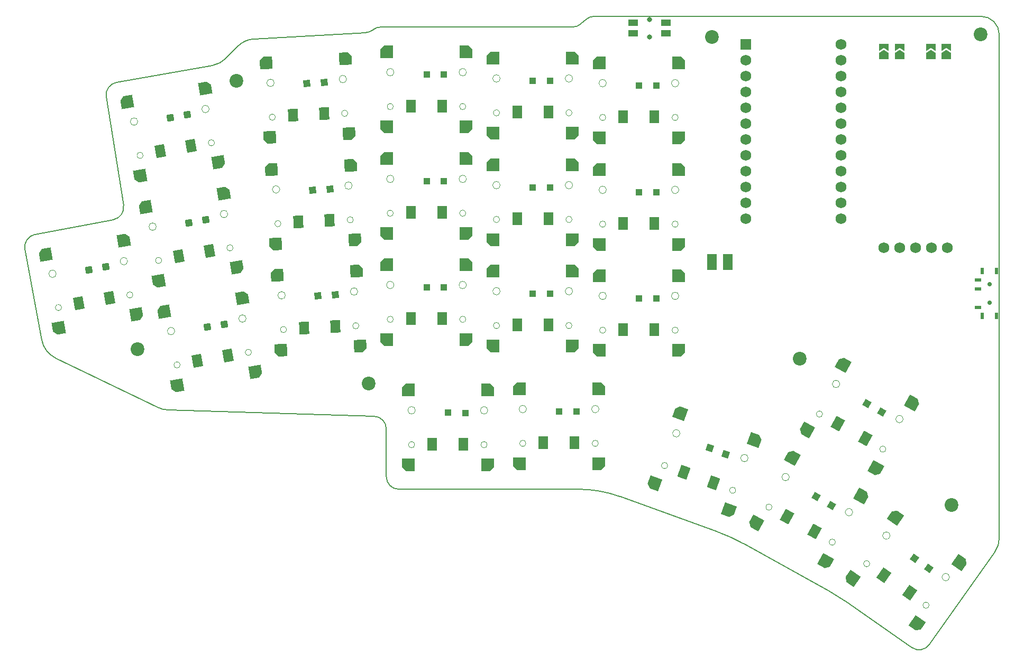
<source format=gbr>
%TF.GenerationSoftware,KiCad,Pcbnew,8.0.6*%
%TF.CreationDate,2024-11-17T18:27:12-05:00*%
%TF.ProjectId,ultra_lp_keeb,756c7472-615f-46c7-905f-6b6565622e6b,rev?*%
%TF.SameCoordinates,Original*%
%TF.FileFunction,Soldermask,Top*%
%TF.FilePolarity,Negative*%
%FSLAX46Y46*%
G04 Gerber Fmt 4.6, Leading zero omitted, Abs format (unit mm)*
G04 Created by KiCad (PCBNEW 8.0.6) date 2024-11-17 18:27:12*
%MOMM*%
%LPD*%
G01*
G04 APERTURE LIST*
G04 Aperture macros list*
%AMRotRect*
0 Rectangle, with rotation*
0 The origin of the aperture is its center*
0 $1 length*
0 $2 width*
0 $3 Rotation angle, in degrees counterclockwise*
0 Add horizontal line*
21,1,$1,$2,0,0,$3*%
%AMOutline5P*
0 Free polygon, 5 corners , with rotation*
0 The origin of the aperture is its center*
0 number of corners: always 5*
0 $1 to $10 corner X, Y*
0 $11 Rotation angle, in degrees counterclockwise*
0 create outline with 5 corners*
4,1,5,$1,$2,$3,$4,$5,$6,$7,$8,$9,$10,$1,$2,$11*%
%AMOutline6P*
0 Free polygon, 6 corners , with rotation*
0 The origin of the aperture is its center*
0 number of corners: always 6*
0 $1 to $12 corner X, Y*
0 $13 Rotation angle, in degrees counterclockwise*
0 create outline with 6 corners*
4,1,6,$1,$2,$3,$4,$5,$6,$7,$8,$9,$10,$11,$12,$1,$2,$13*%
%AMOutline7P*
0 Free polygon, 7 corners , with rotation*
0 The origin of the aperture is its center*
0 number of corners: always 7*
0 $1 to $14 corner X, Y*
0 $15 Rotation angle, in degrees counterclockwise*
0 create outline with 7 corners*
4,1,7,$1,$2,$3,$4,$5,$6,$7,$8,$9,$10,$11,$12,$13,$14,$1,$2,$15*%
%AMOutline8P*
0 Free polygon, 8 corners , with rotation*
0 The origin of the aperture is its center*
0 number of corners: always 8*
0 $1 to $16 corner X, Y*
0 $17 Rotation angle, in degrees counterclockwise*
0 create outline with 8 corners*
4,1,8,$1,$2,$3,$4,$5,$6,$7,$8,$9,$10,$11,$12,$13,$14,$15,$16,$1,$2,$17*%
%AMFreePoly0*
4,1,6,1.000000,0.000000,0.500000,-0.750000,-0.500000,-0.750000,-0.500000,0.750000,0.500000,0.750000,1.000000,0.000000,1.000000,0.000000,$1*%
%AMFreePoly1*
4,1,6,0.500000,-0.750000,-0.650000,-0.750000,-0.150000,0.000000,-0.650000,0.750000,0.500000,0.750000,0.500000,-0.750000,0.500000,-0.750000,$1*%
G04 Aperture macros list end*
%ADD10C,1.752600*%
%ADD11R,1.500000X2.500000*%
%ADD12FreePoly0,90.000000*%
%ADD13FreePoly1,90.000000*%
%ADD14C,2.200000*%
%ADD15RotRect,1.550000X2.000000X331.000000*%
%ADD16RotRect,1.100000X1.100000X331.000000*%
%ADD17Outline5P,-1.000000X0.400000X-0.400000X1.000000X1.000000X1.000000X1.000000X-1.000000X-1.000000X-1.000000X331.000000*%
%ADD18Outline5P,-1.000000X1.000000X1.000000X1.000000X1.000000X-1.000000X-0.400000X-1.000000X-1.000000X-0.400000X331.000000*%
%ADD19Outline5P,-1.000000X1.000000X0.400000X1.000000X1.000000X0.400000X1.000000X-1.000000X-1.000000X-1.000000X331.000000*%
%ADD20Outline5P,-1.000000X1.000000X1.000000X1.000000X1.000000X-0.400000X0.400000X-1.000000X-1.000000X-1.000000X331.000000*%
%ADD21RotRect,1.550000X2.000000X10.000000*%
%ADD22RotRect,1.100000X1.100000X10.000000*%
%ADD23Outline5P,-1.000000X0.400000X-0.400000X1.000000X1.000000X1.000000X1.000000X-1.000000X-1.000000X-1.000000X10.000000*%
%ADD24Outline5P,-1.000000X1.000000X1.000000X1.000000X1.000000X-1.000000X-0.400000X-1.000000X-1.000000X-0.400000X10.000000*%
%ADD25Outline5P,-1.000000X1.000000X1.000000X1.000000X1.000000X-0.400000X0.400000X-1.000000X-1.000000X-1.000000X10.000000*%
%ADD26Outline5P,-1.000000X1.000000X0.400000X1.000000X1.000000X0.400000X1.000000X-1.000000X-1.000000X-1.000000X10.000000*%
%ADD27R,1.550000X2.000000*%
%ADD28R,1.100000X1.100000*%
%ADD29Outline5P,-1.000000X0.400000X-0.400000X1.000000X1.000000X1.000000X1.000000X-1.000000X-1.000000X-1.000000X0.000000*%
%ADD30Outline5P,-1.000000X1.000000X1.000000X1.000000X1.000000X-1.000000X-0.400000X-1.000000X-1.000000X-0.400000X0.000000*%
%ADD31Outline5P,-1.000000X1.000000X0.400000X1.000000X1.000000X0.400000X1.000000X-1.000000X-1.000000X-1.000000X0.000000*%
%ADD32Outline5P,-1.000000X1.000000X1.000000X1.000000X1.000000X-0.400000X0.400000X-1.000000X-1.000000X-1.000000X0.000000*%
%ADD33RotRect,1.550000X2.000000X3.000000*%
%ADD34RotRect,1.100000X1.100000X3.000000*%
%ADD35Outline5P,-1.000000X0.400000X-0.400000X1.000000X1.000000X1.000000X1.000000X-1.000000X-1.000000X-1.000000X3.000000*%
%ADD36Outline5P,-1.000000X1.000000X1.000000X1.000000X1.000000X-1.000000X-0.400000X-1.000000X-1.000000X-0.400000X3.000000*%
%ADD37Outline5P,-1.000000X1.000000X0.400000X1.000000X1.000000X0.400000X1.000000X-1.000000X-1.000000X-1.000000X3.000000*%
%ADD38Outline5P,-1.000000X1.000000X1.000000X1.000000X1.000000X-0.400000X0.400000X-1.000000X-1.000000X-1.000000X3.000000*%
%ADD39R,0.600000X1.000000*%
%ADD40R,0.600000X1.100000*%
%ADD41C,0.700000*%
%ADD42R,1.000000X0.600000*%
%ADD43R,1.752600X1.752600*%
%ADD44C,0.800000*%
%ADD45R,1.550000X1.000000*%
%ADD46RotRect,1.550000X2.000000X325.000000*%
%ADD47RotRect,1.100000X1.100000X325.000000*%
%ADD48Outline5P,-1.000000X0.400000X-0.400000X1.000000X1.000000X1.000000X1.000000X-1.000000X-1.000000X-1.000000X325.000000*%
%ADD49Outline5P,-1.000000X1.000000X1.000000X1.000000X1.000000X-1.000000X-0.400000X-1.000000X-1.000000X-0.400000X325.000000*%
%ADD50Outline5P,-1.000000X1.000000X0.400000X1.000000X1.000000X0.400000X1.000000X-1.000000X-1.000000X-1.000000X325.000000*%
%ADD51Outline5P,-1.000000X1.000000X1.000000X1.000000X1.000000X-0.400000X0.400000X-1.000000X-1.000000X-1.000000X325.000000*%
%ADD52RotRect,1.550000X2.000000X340.000000*%
%ADD53RotRect,1.100000X1.100000X340.000000*%
%ADD54Outline5P,-1.000000X0.400000X-0.400000X1.000000X1.000000X1.000000X1.000000X-1.000000X-1.000000X-1.000000X340.000000*%
%ADD55Outline5P,-1.000000X1.000000X1.000000X1.000000X1.000000X-1.000000X-0.400000X-1.000000X-1.000000X-0.400000X340.000000*%
%ADD56Outline5P,-1.000000X1.000000X0.400000X1.000000X1.000000X0.400000X1.000000X-1.000000X-1.000000X-1.000000X340.000000*%
%ADD57Outline5P,-1.000000X1.000000X1.000000X1.000000X1.000000X-0.400000X0.400000X-1.000000X-1.000000X-1.000000X340.000000*%
%TA.AperFunction,Profile*%
%ADD58C,0.200000*%
%TD*%
%TA.AperFunction,Profile*%
%ADD59C,0.100000*%
%TD*%
G04 APERTURE END LIST*
D10*
%TO.C,REF\u002A\u002A*%
X204460000Y-92770000D03*
X214620000Y-92770000D03*
X212080000Y-92770000D03*
X207000000Y-92770000D03*
X209540000Y-92770000D03*
%TD*%
D11*
%TO.C,REF\u002A\u002A*%
X177000000Y-95000000D03*
X179500000Y-95000000D03*
%TD*%
D12*
%TO.C,REF\u002A\u002A*%
X207000000Y-61995000D03*
D13*
X207000000Y-60545000D03*
%TD*%
D14*
%TO.C,REF\u002A\u002A*%
X100859385Y-66000000D03*
%TD*%
D15*
%TO.C,CPG1316*%
X189033566Y-135820202D03*
D16*
X193660476Y-132658978D03*
D15*
X193406664Y-138244250D03*
D16*
X196091839Y-134018867D03*
D17*
X189858353Y-126385348D03*
D18*
X184040638Y-136880785D03*
D19*
X200966024Y-132542430D03*
D20*
X195148309Y-143037867D03*
%TD*%
D21*
%TO.C,CPG1316*%
X88664029Y-77262762D03*
D22*
X90270391Y-71894220D03*
D21*
X93588068Y-76394520D03*
D22*
X93015720Y-71420947D03*
D23*
X83367463Y-69411448D03*
D24*
X85451241Y-81229141D03*
D25*
X97958299Y-79023809D03*
D26*
X95874522Y-67206116D03*
%TD*%
D27*
%TO.C,CPG1316*%
X162785805Y-71760639D03*
D28*
X165300000Y-66752599D03*
D27*
X167785805Y-71760639D03*
D28*
X168085805Y-66763238D03*
D29*
X158933072Y-63108865D03*
D30*
X158933072Y-75108865D03*
D31*
X171633072Y-63108865D03*
D32*
X171633072Y-75108865D03*
%TD*%
D14*
%TO.C,REF\u002A\u002A*%
X215354482Y-133962760D03*
%TD*%
D33*
%TO.C,CPG1316*%
X110786672Y-88609610D03*
D34*
X113035321Y-83476851D03*
D33*
X115779820Y-88347930D03*
D34*
X115817865Y-83341677D03*
D35*
X106486421Y-80171330D03*
D36*
X107114452Y-92154884D03*
D37*
X119169016Y-79506663D03*
D38*
X119797047Y-91490217D03*
%TD*%
D33*
%TO.C,CPG1316*%
X109891727Y-71533045D03*
D34*
X112140376Y-66400286D03*
D33*
X114884875Y-71271365D03*
D34*
X114922920Y-66265112D03*
D35*
X105591476Y-63094765D03*
D36*
X106219507Y-75078319D03*
D37*
X118274071Y-62430098D03*
D38*
X118902102Y-74413652D03*
%TD*%
D39*
%TO.C,SW1*%
X222545988Y-103668082D03*
D40*
X222545988Y-96468082D03*
D41*
X221402988Y-101518082D03*
X221402988Y-98618082D03*
D40*
X220259988Y-103668082D03*
D39*
X220259988Y-96468082D03*
D42*
X219552988Y-102268082D03*
X219552988Y-99368082D03*
X219552988Y-97868082D03*
%TD*%
D14*
%TO.C,REF\u002A\u002A*%
X191000000Y-110500000D03*
%TD*%
D27*
%TO.C,CPG1316*%
X145785805Y-88110639D03*
D28*
X148300000Y-83102599D03*
D27*
X150785805Y-88110639D03*
D28*
X151085805Y-83113238D03*
D29*
X141933072Y-79458865D03*
D30*
X141933072Y-91458865D03*
D31*
X154633072Y-79458865D03*
D32*
X154633072Y-91458865D03*
%TD*%
D43*
%TO.C,U1*%
X182383670Y-60145502D03*
D10*
X182383670Y-62685502D03*
X182383670Y-65225502D03*
X182383670Y-67765502D03*
X182383670Y-70305502D03*
X182383670Y-72845502D03*
X182383670Y-75385502D03*
X182383670Y-77925502D03*
X182383670Y-80465502D03*
X182383670Y-83005502D03*
X182383670Y-85545502D03*
X182383670Y-88085502D03*
X197623670Y-88085502D03*
X197623670Y-85545502D03*
X197623670Y-83005502D03*
X197623670Y-80465502D03*
X197623670Y-77925502D03*
X197623670Y-75385502D03*
X197623670Y-72845502D03*
X197623670Y-70305502D03*
X197623670Y-67765502D03*
X197623670Y-65225502D03*
X197623670Y-62685502D03*
X197623670Y-60145502D03*
%TD*%
D14*
%TO.C,REF\u002A\u002A*%
X122000000Y-114500000D03*
%TD*%
D44*
%TO.C,REF\u002A\u002A*%
X167000000Y-56175000D03*
X167000000Y-58920000D03*
D45*
X164400000Y-58400000D03*
X169600000Y-58400000D03*
X164400000Y-56700000D03*
X169600000Y-56700000D03*
%TD*%
D12*
%TO.C,REF\u002A\u002A*%
X212000000Y-61995000D03*
D13*
X212000000Y-60545000D03*
%TD*%
D14*
%TO.C,REF\u002A\u002A*%
X85000000Y-109000000D03*
%TD*%
D21*
%TO.C,CPG1316*%
X94585431Y-110844706D03*
D22*
X96191793Y-105476164D03*
D21*
X99509470Y-109976464D03*
D22*
X98937122Y-105002891D03*
D23*
X89288865Y-102993392D03*
D24*
X91372643Y-114811085D03*
D25*
X103879701Y-112605753D03*
D26*
X101795924Y-100788060D03*
%TD*%
D21*
%TO.C,CPG1316*%
X91633413Y-94102974D03*
D22*
X93239775Y-88734432D03*
D21*
X96557452Y-93234732D03*
D22*
X95985104Y-88261159D03*
D23*
X86336847Y-86251660D03*
D24*
X88420625Y-98069353D03*
D25*
X100927683Y-95864021D03*
D26*
X98843906Y-84046328D03*
%TD*%
D27*
%TO.C,CPG1316*%
X128785805Y-87110639D03*
D28*
X131300000Y-82102599D03*
D27*
X133785805Y-87110639D03*
D28*
X134085805Y-82113238D03*
D29*
X124933072Y-78458865D03*
D30*
X124933072Y-90458865D03*
D31*
X137633072Y-78458865D03*
D32*
X137633072Y-90458865D03*
%TD*%
D27*
%TO.C,CPG1316*%
X162785805Y-88860639D03*
D28*
X165300000Y-83852599D03*
D27*
X167785805Y-88860639D03*
D28*
X168085805Y-83863238D03*
D29*
X158933072Y-80208865D03*
D30*
X158933072Y-92208865D03*
D31*
X171633072Y-80208865D03*
D32*
X171633072Y-92208865D03*
%TD*%
D27*
%TO.C,CPG1316*%
X150000000Y-124000001D03*
D28*
X152514195Y-118991961D03*
D27*
X155000001Y-123999999D03*
D28*
X155299999Y-119002599D03*
D29*
X146147267Y-115348227D03*
D30*
X146147267Y-127348227D03*
D32*
X158847266Y-127348227D03*
D31*
X158847267Y-115348227D03*
%TD*%
D27*
%TO.C,CPG1316*%
X162785805Y-105860639D03*
D28*
X165300000Y-100852599D03*
D27*
X167785805Y-105860639D03*
D28*
X168085805Y-100863238D03*
D29*
X158933072Y-97208865D03*
D30*
X158933072Y-109208865D03*
D31*
X171633072Y-97208865D03*
D32*
X171633072Y-109208865D03*
%TD*%
D33*
%TO.C,CPG1316*%
X111676383Y-105586312D03*
D34*
X113925032Y-100453553D03*
D33*
X116669531Y-105324632D03*
D34*
X116707576Y-100318379D03*
D35*
X107376132Y-97148032D03*
D36*
X108004163Y-109131586D03*
D37*
X120058727Y-96483365D03*
D38*
X120686758Y-108466919D03*
%TD*%
D12*
%TO.C,REF\u002A\u002A*%
X214500000Y-61995000D03*
D13*
X214500000Y-60545000D03*
%TD*%
D12*
%TO.C,REF\u002A\u002A*%
X204500000Y-61995000D03*
D13*
X204500000Y-60545000D03*
%TD*%
D21*
%TO.C,CPG1316*%
X75603664Y-101652986D03*
D22*
X77210026Y-96284444D03*
D21*
X80527703Y-100784744D03*
D22*
X79955355Y-95811171D03*
D23*
X70307098Y-93801672D03*
D24*
X72390876Y-105619365D03*
D25*
X84897934Y-103414033D03*
D26*
X82814157Y-91596340D03*
%TD*%
D14*
%TO.C,REF\u002A\u002A*%
X220000000Y-58500000D03*
%TD*%
D27*
%TO.C,CPG1316*%
X128785805Y-70010639D03*
D28*
X131300000Y-65002599D03*
D27*
X133785805Y-70010639D03*
D28*
X134085805Y-65013238D03*
D29*
X124933072Y-61358865D03*
D30*
X124933072Y-73358865D03*
D31*
X137633072Y-61358865D03*
D32*
X137633072Y-73358865D03*
%TD*%
D27*
%TO.C,CPG1316*%
X145785805Y-105110639D03*
D28*
X148300000Y-100102599D03*
D27*
X150785805Y-105110639D03*
D28*
X151085805Y-100113238D03*
D29*
X141933072Y-96458865D03*
D30*
X141933072Y-108458865D03*
D31*
X154633072Y-96458865D03*
D32*
X154633072Y-108458865D03*
%TD*%
D27*
%TO.C,CPG1316*%
X132200000Y-124200000D03*
D28*
X134714195Y-119191960D03*
D27*
X137200001Y-124199998D03*
D28*
X137499999Y-119202598D03*
D29*
X128347267Y-115548226D03*
D30*
X128347267Y-127548226D03*
D32*
X141047266Y-127548226D03*
D31*
X141047267Y-115548226D03*
%TD*%
D46*
%TO.C,CPG1316*%
X204508963Y-145194939D03*
D47*
X209440965Y-142534677D03*
D46*
X208604724Y-148062822D03*
D47*
X211716861Y-144141263D03*
D48*
X206315443Y-135897985D03*
D49*
X199432526Y-145727811D03*
D50*
X216718674Y-143182405D03*
D51*
X209835757Y-153012230D03*
%TD*%
D14*
%TO.C,REF\u002A\u002A*%
X177000000Y-59000000D03*
%TD*%
D27*
%TO.C,CPG1316*%
X128785805Y-104110639D03*
D28*
X131300000Y-99102599D03*
D27*
X133785805Y-104110639D03*
D28*
X134085805Y-99113238D03*
D29*
X124933072Y-95458865D03*
D30*
X124933072Y-107458865D03*
D31*
X137633072Y-95458865D03*
D32*
X137633072Y-107458865D03*
%TD*%
D52*
%TO.C,CPG1316*%
X172526260Y-128691457D03*
D53*
X176601680Y-124845344D03*
D52*
X177224722Y-130401558D03*
D53*
X179215843Y-125808142D03*
D54*
X171864956Y-119243737D03*
D55*
X167760714Y-130520049D03*
D56*
X183799053Y-123587391D03*
D57*
X179694812Y-134863704D03*
%TD*%
D27*
%TO.C,CPG1316*%
X145785805Y-71010639D03*
D28*
X148300000Y-66002599D03*
D27*
X150785805Y-71010639D03*
D28*
X151085805Y-66013238D03*
D29*
X141933072Y-62358865D03*
D30*
X141933072Y-74358865D03*
D31*
X154633072Y-62358865D03*
D32*
X154633072Y-74358865D03*
%TD*%
D15*
%TO.C,CPG1316*%
X197117624Y-120901499D03*
D16*
X201744534Y-117740275D03*
D15*
X201490722Y-123325547D03*
D16*
X204175897Y-119100164D03*
D17*
X197942411Y-111466645D03*
D18*
X192124696Y-121962082D03*
D19*
X209050082Y-117623727D03*
D20*
X203232367Y-128119164D03*
%TD*%
D41*
%TO.C,SW1*%
X221410341Y-101526085D03*
X221410341Y-98626085D03*
%TD*%
D44*
%TO.C,REF\u002A\u002A*%
X167000000Y-58920000D03*
X167000000Y-56175000D03*
%TD*%
D58*
X198211338Y-149310638D02*
X208998450Y-156823920D01*
X101039239Y-60480933D02*
G75*
G02*
X103675942Y-59279008I2864861J-2791667D01*
G01*
X67020389Y-92933037D02*
X69702163Y-107523299D01*
X80029800Y-68520386D02*
X82788470Y-85951132D01*
X222981676Y-139205693D02*
G75*
G02*
X222248532Y-141512964I-3999976J893D01*
G01*
X89901131Y-118735233D02*
G75*
G02*
X88280772Y-118337148I123169J3998133D01*
G01*
X122744429Y-57788483D02*
G75*
G02*
X123977732Y-57362819I1233471J-1574317D01*
G01*
X182031807Y-140174956D02*
X195591980Y-147679626D01*
X122685777Y-57834436D02*
G75*
G02*
X121566379Y-58256844I-1233477J1574336D01*
G01*
X97032648Y-63515641D02*
X81656487Y-66238385D01*
X99200054Y-62368436D02*
G75*
G02*
X97032647Y-63515635I-2864854J2791536D01*
G01*
X122744429Y-57788483D02*
X122685777Y-57834436D01*
X126849501Y-131439519D02*
G75*
G02*
X124849982Y-129441771I399J1999919D01*
G01*
X222981676Y-139205693D02*
X222981489Y-58614286D01*
X155491493Y-131439519D02*
G75*
G02*
X162299012Y-132633729I7J-19999981D01*
G01*
X89901131Y-118735233D02*
X122902841Y-119751958D01*
X124841252Y-121748758D02*
X124849916Y-129441771D01*
X154685338Y-57360144D02*
X123977732Y-57362820D01*
X82788470Y-85951132D02*
G75*
G02*
X81184761Y-88228925I-1975370J-312668D01*
G01*
X101039239Y-60480933D02*
X99200054Y-62368436D01*
X68615733Y-90606327D02*
X81184761Y-88228926D01*
X67020389Y-92933037D02*
G75*
G02*
X68615742Y-90606376I1967011J361537D01*
G01*
X195591980Y-147679626D02*
G75*
G02*
X198211336Y-149310641I-14526680J-26248174D01*
G01*
X222248543Y-141512972D02*
X211774955Y-156336845D01*
X177776999Y-138236616D02*
G75*
G02*
X182031806Y-140174957I-10271899J-28186584D01*
G01*
X211774955Y-156336845D02*
G75*
G02*
X208998414Y-156823972I-1633455J1153945D01*
G01*
X156082748Y-56790795D02*
G75*
G02*
X154685338Y-57360120I-1397648J1430895D01*
G01*
X121566379Y-58256844D02*
X103675940Y-59278966D01*
X162299012Y-132633730D02*
X177776999Y-138236616D01*
X126849501Y-131439519D02*
X155491493Y-131439519D01*
X219999342Y-55631411D02*
X158136517Y-55648686D01*
X156082748Y-56790795D02*
X156809364Y-56158895D01*
X88280774Y-118337143D02*
X71892727Y-110400203D01*
X156809364Y-56158895D02*
G75*
G02*
X158136517Y-55648686I1327736J-1472505D01*
G01*
X122902841Y-119751958D02*
G75*
G02*
X124841288Y-121748758I-61541J-1999042D01*
G01*
X71892727Y-110400203D02*
G75*
G02*
X69702175Y-107523297I1743673J3600103D01*
G01*
X219999342Y-55631411D02*
G75*
G02*
X222981489Y-58614286I-42J-2982189D01*
G01*
X80029800Y-68520386D02*
G75*
G02*
X81656488Y-66238390I1975410J312636D01*
G01*
D59*
%TO.C,CPG1316*%
X186598841Y-134307792D02*
G75*
G02*
X185598839Y-134307792I-500001J0D01*
G01*
X185598839Y-134307792D02*
G75*
G02*
X186598841Y-134307792I500001J0D01*
G01*
X189363764Y-129494507D02*
G75*
G02*
X188163762Y-129494507I-600001J0D01*
G01*
X188163762Y-129494507D02*
G75*
G02*
X189363764Y-129494507I600001J0D01*
G01*
X196742895Y-139928706D02*
G75*
G02*
X195742899Y-139928706I-499998J0D01*
G01*
X195742899Y-139928706D02*
G75*
G02*
X196742895Y-139928706I499998J0D01*
G01*
X199510881Y-135121176D02*
G75*
G02*
X198310883Y-135121176I-599999J0D01*
G01*
X198310883Y-135121176D02*
G75*
G02*
X199510881Y-135121176I599999J0D01*
G01*
X85073466Y-72516567D02*
G75*
G02*
X83873464Y-72516567I-600001J0D01*
G01*
X83873464Y-72516567D02*
G75*
G02*
X85073466Y-72516567I600001J0D01*
G01*
X85931528Y-77934281D02*
G75*
G02*
X84931530Y-77934281I-499999J0D01*
G01*
X84931530Y-77934281D02*
G75*
G02*
X85931528Y-77934281I499999J0D01*
G01*
X96500234Y-70503521D02*
G75*
G02*
X95300232Y-70503521I-600001J0D01*
G01*
X95300232Y-70503521D02*
G75*
G02*
X96500234Y-70503521I600001J0D01*
G01*
X97352299Y-75918690D02*
G75*
G02*
X96352299Y-75918690I-500000J0D01*
G01*
X96352299Y-75918690D02*
G75*
G02*
X97352299Y-75918690I500000J0D01*
G01*
X160083072Y-66358865D02*
G75*
G02*
X158883072Y-66358865I-600000J0D01*
G01*
X158883072Y-66358865D02*
G75*
G02*
X160083072Y-66358865I600000J0D01*
G01*
X159985805Y-71860639D02*
G75*
G02*
X158985805Y-71860639I-500000J0D01*
G01*
X158985805Y-71860639D02*
G75*
G02*
X159985805Y-71860639I500000J0D01*
G01*
X171583072Y-71858865D02*
G75*
G02*
X170583072Y-71858865I-500000J0D01*
G01*
X170583072Y-71858865D02*
G75*
G02*
X171583072Y-71858865I500000J0D01*
G01*
X171685805Y-66360639D02*
G75*
G02*
X170485805Y-66360639I-600000J0D01*
G01*
X170485805Y-66360639D02*
G75*
G02*
X171685805Y-66360639I600000J0D01*
G01*
X107805759Y-83388091D02*
G75*
G02*
X106605759Y-83388091I-600000J0D01*
G01*
X106605759Y-83388091D02*
G75*
G02*
X107805759Y-83388091I600000J0D01*
G01*
X107996428Y-88882182D02*
G75*
G02*
X106996430Y-88882182I-499999J0D01*
G01*
X106996430Y-88882182D02*
G75*
G02*
X107996428Y-88882182I499999J0D01*
G01*
X119392683Y-82782622D02*
G75*
G02*
X118192683Y-82782622I-600000J0D01*
G01*
X118192683Y-82782622D02*
G75*
G02*
X119392683Y-82782622I600000J0D01*
G01*
X119577709Y-88273456D02*
G75*
G02*
X118577709Y-88273456I-500000J0D01*
G01*
X118577709Y-88273456D02*
G75*
G02*
X119577709Y-88273456I500000J0D01*
G01*
X106910814Y-66311526D02*
G75*
G02*
X105710814Y-66311526I-600000J0D01*
G01*
X105710814Y-66311526D02*
G75*
G02*
X106910814Y-66311526I600000J0D01*
G01*
X107101483Y-71805617D02*
G75*
G02*
X106101485Y-71805617I-499999J0D01*
G01*
X106101485Y-71805617D02*
G75*
G02*
X107101483Y-71805617I499999J0D01*
G01*
X118497738Y-65706057D02*
G75*
G02*
X117297738Y-65706057I-600000J0D01*
G01*
X117297738Y-65706057D02*
G75*
G02*
X118497738Y-65706057I600000J0D01*
G01*
X118682764Y-71196891D02*
G75*
G02*
X117682764Y-71196891I-500000J0D01*
G01*
X117682764Y-71196891D02*
G75*
G02*
X118682764Y-71196891I500000J0D01*
G01*
X143083072Y-82708865D02*
G75*
G02*
X141883072Y-82708865I-600000J0D01*
G01*
X141883072Y-82708865D02*
G75*
G02*
X143083072Y-82708865I600000J0D01*
G01*
X142985805Y-88210639D02*
G75*
G02*
X141985805Y-88210639I-500000J0D01*
G01*
X141985805Y-88210639D02*
G75*
G02*
X142985805Y-88210639I500000J0D01*
G01*
X154583072Y-88208865D02*
G75*
G02*
X153583072Y-88208865I-500000J0D01*
G01*
X153583072Y-88208865D02*
G75*
G02*
X154583072Y-88208865I500000J0D01*
G01*
X154685805Y-82710639D02*
G75*
G02*
X153485805Y-82710639I-600000J0D01*
G01*
X153485805Y-82710639D02*
G75*
G02*
X154685805Y-82710639I600000J0D01*
G01*
X90994868Y-106098511D02*
G75*
G02*
X89794866Y-106098511I-600001J0D01*
G01*
X89794866Y-106098511D02*
G75*
G02*
X90994868Y-106098511I600001J0D01*
G01*
X91852930Y-111516225D02*
G75*
G02*
X90852932Y-111516225I-499999J0D01*
G01*
X90852932Y-111516225D02*
G75*
G02*
X91852930Y-111516225I499999J0D01*
G01*
X102421636Y-104085465D02*
G75*
G02*
X101221634Y-104085465I-600001J0D01*
G01*
X101221634Y-104085465D02*
G75*
G02*
X102421636Y-104085465I600001J0D01*
G01*
X103273701Y-109500634D02*
G75*
G02*
X102273701Y-109500634I-500000J0D01*
G01*
X102273701Y-109500634D02*
G75*
G02*
X103273701Y-109500634I500000J0D01*
G01*
X88042850Y-89356779D02*
G75*
G02*
X86842848Y-89356779I-600001J0D01*
G01*
X86842848Y-89356779D02*
G75*
G02*
X88042850Y-89356779I600001J0D01*
G01*
X88900912Y-94774493D02*
G75*
G02*
X87900914Y-94774493I-499999J0D01*
G01*
X87900914Y-94774493D02*
G75*
G02*
X88900912Y-94774493I499999J0D01*
G01*
X99469618Y-87343733D02*
G75*
G02*
X98269616Y-87343733I-600001J0D01*
G01*
X98269616Y-87343733D02*
G75*
G02*
X99469618Y-87343733I600001J0D01*
G01*
X100321683Y-92758902D02*
G75*
G02*
X99321683Y-92758902I-500000J0D01*
G01*
X99321683Y-92758902D02*
G75*
G02*
X100321683Y-92758902I500000J0D01*
G01*
X126083072Y-81708865D02*
G75*
G02*
X124883072Y-81708865I-600000J0D01*
G01*
X124883072Y-81708865D02*
G75*
G02*
X126083072Y-81708865I600000J0D01*
G01*
X125985805Y-87210639D02*
G75*
G02*
X124985805Y-87210639I-500000J0D01*
G01*
X124985805Y-87210639D02*
G75*
G02*
X125985805Y-87210639I500000J0D01*
G01*
X137583072Y-87208865D02*
G75*
G02*
X136583072Y-87208865I-500000J0D01*
G01*
X136583072Y-87208865D02*
G75*
G02*
X137583072Y-87208865I500000J0D01*
G01*
X137685805Y-81710639D02*
G75*
G02*
X136485805Y-81710639I-600000J0D01*
G01*
X136485805Y-81710639D02*
G75*
G02*
X137685805Y-81710639I600000J0D01*
G01*
X160083072Y-83458865D02*
G75*
G02*
X158883072Y-83458865I-600000J0D01*
G01*
X158883072Y-83458865D02*
G75*
G02*
X160083072Y-83458865I600000J0D01*
G01*
X159985805Y-88960639D02*
G75*
G02*
X158985805Y-88960639I-500000J0D01*
G01*
X158985805Y-88960639D02*
G75*
G02*
X159985805Y-88960639I500000J0D01*
G01*
X171583072Y-88958865D02*
G75*
G02*
X170583072Y-88958865I-500000J0D01*
G01*
X170583072Y-88958865D02*
G75*
G02*
X171583072Y-88958865I500000J0D01*
G01*
X171685805Y-83460639D02*
G75*
G02*
X170485805Y-83460639I-600000J0D01*
G01*
X170485805Y-83460639D02*
G75*
G02*
X171685805Y-83460639I600000J0D01*
G01*
X147297269Y-118598227D02*
G75*
G02*
X146097267Y-118598227I-600001J0D01*
G01*
X146097267Y-118598227D02*
G75*
G02*
X147297269Y-118598227I600001J0D01*
G01*
X147200000Y-124100000D02*
G75*
G02*
X146200002Y-124100000I-499999J0D01*
G01*
X146200002Y-124100000D02*
G75*
G02*
X147200000Y-124100000I499999J0D01*
G01*
X158797267Y-124098227D02*
G75*
G02*
X157797267Y-124098227I-500000J0D01*
G01*
X157797267Y-124098227D02*
G75*
G02*
X158797267Y-124098227I500000J0D01*
G01*
X158900000Y-118600002D02*
G75*
G02*
X157699998Y-118600002I-600001J0D01*
G01*
X157699998Y-118600002D02*
G75*
G02*
X158900000Y-118600002I600001J0D01*
G01*
X160083072Y-100458865D02*
G75*
G02*
X158883072Y-100458865I-600000J0D01*
G01*
X158883072Y-100458865D02*
G75*
G02*
X160083072Y-100458865I600000J0D01*
G01*
X159985805Y-105960639D02*
G75*
G02*
X158985805Y-105960639I-500000J0D01*
G01*
X158985805Y-105960639D02*
G75*
G02*
X159985805Y-105960639I500000J0D01*
G01*
X171583072Y-105958865D02*
G75*
G02*
X170583072Y-105958865I-500000J0D01*
G01*
X170583072Y-105958865D02*
G75*
G02*
X171583072Y-105958865I500000J0D01*
G01*
X171685805Y-100460639D02*
G75*
G02*
X170485805Y-100460639I-600000J0D01*
G01*
X170485805Y-100460639D02*
G75*
G02*
X171685805Y-100460639I600000J0D01*
G01*
X108695470Y-100364793D02*
G75*
G02*
X107495470Y-100364793I-600000J0D01*
G01*
X107495470Y-100364793D02*
G75*
G02*
X108695470Y-100364793I600000J0D01*
G01*
X108886139Y-105858884D02*
G75*
G02*
X107886141Y-105858884I-499999J0D01*
G01*
X107886141Y-105858884D02*
G75*
G02*
X108886139Y-105858884I499999J0D01*
G01*
X120282394Y-99759324D02*
G75*
G02*
X119082394Y-99759324I-600000J0D01*
G01*
X119082394Y-99759324D02*
G75*
G02*
X120282394Y-99759324I600000J0D01*
G01*
X120467420Y-105250158D02*
G75*
G02*
X119467420Y-105250158I-500000J0D01*
G01*
X119467420Y-105250158D02*
G75*
G02*
X120467420Y-105250158I500000J0D01*
G01*
X72013101Y-96906791D02*
G75*
G02*
X70813099Y-96906791I-600001J0D01*
G01*
X70813099Y-96906791D02*
G75*
G02*
X72013101Y-96906791I600001J0D01*
G01*
X72871163Y-102324505D02*
G75*
G02*
X71871165Y-102324505I-499999J0D01*
G01*
X71871165Y-102324505D02*
G75*
G02*
X72871163Y-102324505I499999J0D01*
G01*
X83439869Y-94893745D02*
G75*
G02*
X82239867Y-94893745I-600001J0D01*
G01*
X82239867Y-94893745D02*
G75*
G02*
X83439869Y-94893745I600001J0D01*
G01*
X84291934Y-100308914D02*
G75*
G02*
X83291934Y-100308914I-500000J0D01*
G01*
X83291934Y-100308914D02*
G75*
G02*
X84291934Y-100308914I500000J0D01*
G01*
X126083072Y-64608865D02*
G75*
G02*
X124883072Y-64608865I-600000J0D01*
G01*
X124883072Y-64608865D02*
G75*
G02*
X126083072Y-64608865I600000J0D01*
G01*
X125985805Y-70110639D02*
G75*
G02*
X124985805Y-70110639I-500000J0D01*
G01*
X124985805Y-70110639D02*
G75*
G02*
X125985805Y-70110639I500000J0D01*
G01*
X137583072Y-70108865D02*
G75*
G02*
X136583072Y-70108865I-500000J0D01*
G01*
X136583072Y-70108865D02*
G75*
G02*
X137583072Y-70108865I500000J0D01*
G01*
X137685805Y-64610639D02*
G75*
G02*
X136485805Y-64610639I-600000J0D01*
G01*
X136485805Y-64610639D02*
G75*
G02*
X137685805Y-64610639I600000J0D01*
G01*
X143083072Y-99708865D02*
G75*
G02*
X141883072Y-99708865I-600000J0D01*
G01*
X141883072Y-99708865D02*
G75*
G02*
X143083072Y-99708865I600000J0D01*
G01*
X142985805Y-105210639D02*
G75*
G02*
X141985805Y-105210639I-500000J0D01*
G01*
X141985805Y-105210639D02*
G75*
G02*
X142985805Y-105210639I500000J0D01*
G01*
X154583072Y-105208865D02*
G75*
G02*
X153583072Y-105208865I-500000J0D01*
G01*
X153583072Y-105208865D02*
G75*
G02*
X154583072Y-105208865I500000J0D01*
G01*
X154685805Y-99710639D02*
G75*
G02*
X153485805Y-99710639I-600000J0D01*
G01*
X153485805Y-99710639D02*
G75*
G02*
X154685805Y-99710639I600000J0D01*
G01*
X129497269Y-118798226D02*
G75*
G02*
X128297267Y-118798226I-600001J0D01*
G01*
X128297267Y-118798226D02*
G75*
G02*
X129497269Y-118798226I600001J0D01*
G01*
X129400000Y-124299999D02*
G75*
G02*
X128400002Y-124299999I-499999J0D01*
G01*
X128400002Y-124299999D02*
G75*
G02*
X129400000Y-124299999I499999J0D01*
G01*
X140997267Y-124298226D02*
G75*
G02*
X139997267Y-124298226I-500000J0D01*
G01*
X139997267Y-124298226D02*
G75*
G02*
X140997267Y-124298226I500000J0D01*
G01*
X141100000Y-118800001D02*
G75*
G02*
X139899998Y-118800001I-600001J0D01*
G01*
X139899998Y-118800001D02*
G75*
G02*
X141100000Y-118800001I600001J0D01*
G01*
X202248404Y-143384053D02*
G75*
G02*
X201248402Y-143384053I-500001J0D01*
G01*
X201248402Y-143384053D02*
G75*
G02*
X202248404Y-143384053I500001J0D01*
G01*
X205501853Y-138875694D02*
G75*
G02*
X204301853Y-138875694I-600000J0D01*
G01*
X204301853Y-138875694D02*
G75*
G02*
X205501853Y-138875694I600000J0D01*
G01*
X211749344Y-150034519D02*
G75*
G02*
X210749346Y-150034519I-499999J0D01*
G01*
X210749346Y-150034519D02*
G75*
G02*
X211749344Y-150034519I499999J0D01*
G01*
X215005238Y-145532203D02*
G75*
G02*
X213805240Y-145532203I-599999J0D01*
G01*
X213805240Y-145532203D02*
G75*
G02*
X215005238Y-145532203I599999J0D01*
G01*
X126083072Y-98708865D02*
G75*
G02*
X124883072Y-98708865I-600000J0D01*
G01*
X124883072Y-98708865D02*
G75*
G02*
X126083072Y-98708865I600000J0D01*
G01*
X125985805Y-104210639D02*
G75*
G02*
X124985805Y-104210639I-500000J0D01*
G01*
X124985805Y-104210639D02*
G75*
G02*
X125985805Y-104210639I500000J0D01*
G01*
X137583072Y-104208865D02*
G75*
G02*
X136583072Y-104208865I-500000J0D01*
G01*
X136583072Y-104208865D02*
G75*
G02*
X137583072Y-104208865I500000J0D01*
G01*
X137685805Y-98710639D02*
G75*
G02*
X136485805Y-98710639I-600000J0D01*
G01*
X136485805Y-98710639D02*
G75*
G02*
X137685805Y-98710639I600000J0D01*
G01*
X169891074Y-127656759D02*
G75*
G02*
X168891070Y-127656759I-500002J0D01*
G01*
X168891070Y-127656759D02*
G75*
G02*
X169891074Y-127656759I500002J0D01*
G01*
X171870223Y-122485848D02*
G75*
G02*
X170670221Y-122485848I-600001J0D01*
G01*
X170670221Y-122485848D02*
G75*
G02*
X171870223Y-122485848I600001J0D01*
G01*
X180789540Y-131621591D02*
G75*
G02*
X179789546Y-131621591I-499997J0D01*
G01*
X179789546Y-131621591D02*
G75*
G02*
X180789540Y-131621591I499997J0D01*
G01*
X182772617Y-126455885D02*
G75*
G02*
X181572619Y-126455885I-599999J0D01*
G01*
X181572619Y-126455885D02*
G75*
G02*
X182772617Y-126455885I599999J0D01*
G01*
X143083072Y-65608865D02*
G75*
G02*
X141883072Y-65608865I-600000J0D01*
G01*
X141883072Y-65608865D02*
G75*
G02*
X143083072Y-65608865I600000J0D01*
G01*
X142985805Y-71110639D02*
G75*
G02*
X141985805Y-71110639I-500000J0D01*
G01*
X141985805Y-71110639D02*
G75*
G02*
X142985805Y-71110639I500000J0D01*
G01*
X154583072Y-71108865D02*
G75*
G02*
X153583072Y-71108865I-500000J0D01*
G01*
X153583072Y-71108865D02*
G75*
G02*
X154583072Y-71108865I500000J0D01*
G01*
X154685805Y-65610639D02*
G75*
G02*
X153485805Y-65610639I-600000J0D01*
G01*
X153485805Y-65610639D02*
G75*
G02*
X154685805Y-65610639I600000J0D01*
G01*
X194682899Y-119389089D02*
G75*
G02*
X193682897Y-119389089I-500001J0D01*
G01*
X193682897Y-119389089D02*
G75*
G02*
X194682899Y-119389089I500001J0D01*
G01*
X197447822Y-114575804D02*
G75*
G02*
X196247820Y-114575804I-600001J0D01*
G01*
X196247820Y-114575804D02*
G75*
G02*
X197447822Y-114575804I600001J0D01*
G01*
X204826953Y-125010003D02*
G75*
G02*
X203826957Y-125010003I-499998J0D01*
G01*
X203826957Y-125010003D02*
G75*
G02*
X204826953Y-125010003I499998J0D01*
G01*
X207594939Y-120202473D02*
G75*
G02*
X206394941Y-120202473I-599999J0D01*
G01*
X206394941Y-120202473D02*
G75*
G02*
X207594939Y-120202473I599999J0D01*
G01*
%TD*%
M02*

</source>
